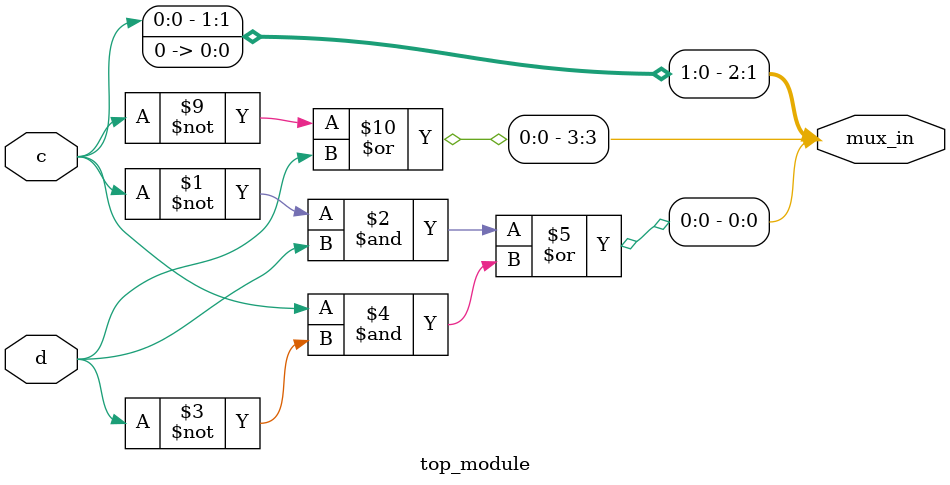
<source format=sv>
module top_module (
    input c,
    input d,
    output [3:0] mux_in
);

    // Assign the values to mux_in based on the Karnaugh map
    assign mux_in[0] = ~c & d | c & ~d;  // ab = 00
    assign mux_in[1] = 0;                // ab = 01
    assign mux_in[2] = c & (~d | d);     // ab = 11
    assign mux_in[3] = ~c | d;           // ab = 10

endmodule

</source>
